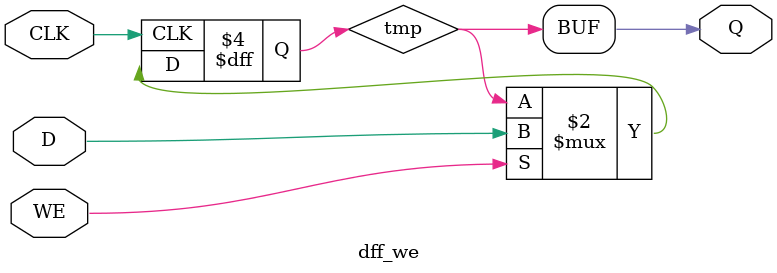
<source format=v>
module dff_we ( D, WE, Q, CLK );
  input D, WE, CLK;
  output Q;

  reg tmp;
  always @(posedge CLK)
    begin
      if (WE) tmp <= D; 
   end

  assign Q = tmp;
endmodule

</source>
